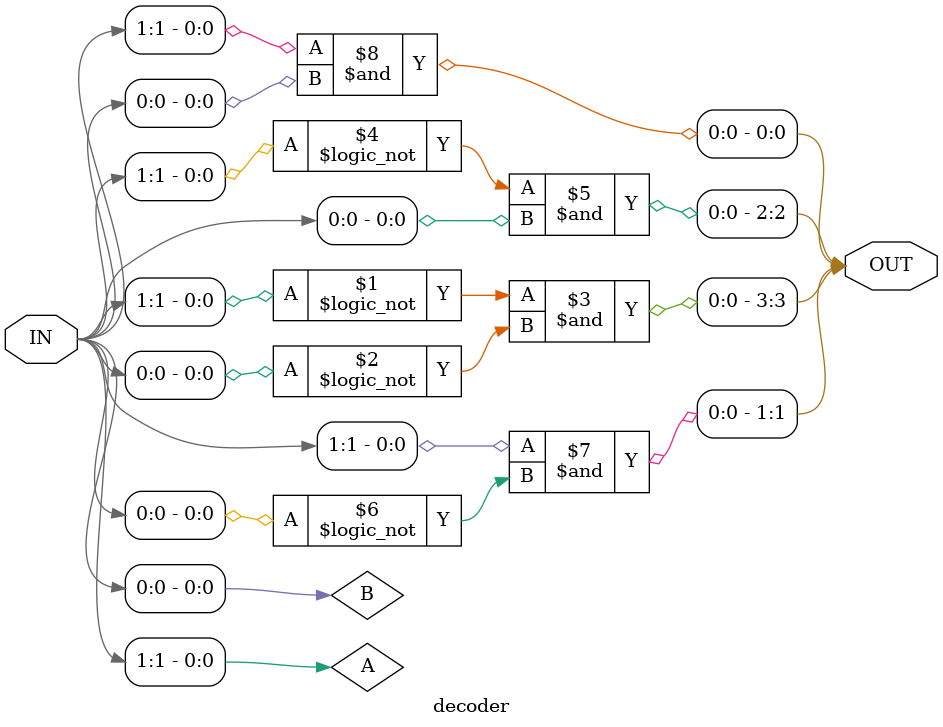
<source format=v>
module decoder(
    input [1:0] IN,
    output [3:0]OUT
    );
    wire A = IN[1];
    wire B = IN[0];
    

    
//    x0
    assign OUT[3]= !A & !B;

//    x1
    assign OUT[2]= !A & B;

//    x2
    assign OUT[1]= A & !B;
    
//    x3
    assign OUT[0]= A & B;

endmodule

</source>
